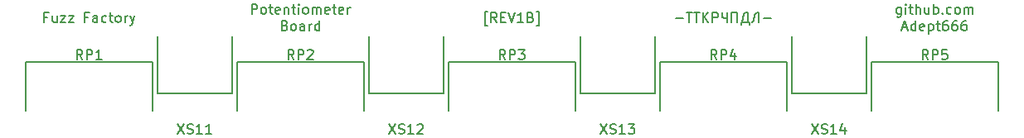
<source format=gbr>
G04 #@! TF.GenerationSoftware,KiCad,Pcbnew,5.1.6-c6e7f7d~87~ubuntu19.10.1*
G04 #@! TF.CreationDate,2021-07-04T19:23:15+06:00*
G04 #@! TF.ProjectId,fuzz_factory_r1b_r1b,66757a7a-5f66-4616-9374-6f72795f7231,MB:1B/PB:1B*
G04 #@! TF.SameCoordinates,Original*
G04 #@! TF.FileFunction,Legend,Top*
G04 #@! TF.FilePolarity,Positive*
%FSLAX46Y46*%
G04 Gerber Fmt 4.6, Leading zero omitted, Abs format (unit mm)*
G04 Created by KiCad (PCBNEW 5.1.6-c6e7f7d~87~ubuntu19.10.1) date 2021-07-04 19:23:15*
%MOMM*%
%LPD*%
G01*
G04 APERTURE LIST*
%ADD10C,0.200000*%
G04 APERTURE END LIST*
D10*
X187047619Y-32590714D02*
X187047619Y-33400238D01*
X187000000Y-33495476D01*
X186952380Y-33543095D01*
X186857142Y-33590714D01*
X186714285Y-33590714D01*
X186619047Y-33543095D01*
X187047619Y-33209761D02*
X186952380Y-33257380D01*
X186761904Y-33257380D01*
X186666666Y-33209761D01*
X186619047Y-33162142D01*
X186571428Y-33066904D01*
X186571428Y-32781190D01*
X186619047Y-32685952D01*
X186666666Y-32638333D01*
X186761904Y-32590714D01*
X186952380Y-32590714D01*
X187047619Y-32638333D01*
X187523809Y-33257380D02*
X187523809Y-32590714D01*
X187523809Y-32257380D02*
X187476190Y-32305000D01*
X187523809Y-32352619D01*
X187571428Y-32305000D01*
X187523809Y-32257380D01*
X187523809Y-32352619D01*
X187857142Y-32590714D02*
X188238095Y-32590714D01*
X188000000Y-32257380D02*
X188000000Y-33114523D01*
X188047619Y-33209761D01*
X188142857Y-33257380D01*
X188238095Y-33257380D01*
X188571428Y-33257380D02*
X188571428Y-32257380D01*
X189000000Y-33257380D02*
X189000000Y-32733571D01*
X188952380Y-32638333D01*
X188857142Y-32590714D01*
X188714285Y-32590714D01*
X188619047Y-32638333D01*
X188571428Y-32685952D01*
X189904761Y-32590714D02*
X189904761Y-33257380D01*
X189476190Y-32590714D02*
X189476190Y-33114523D01*
X189523809Y-33209761D01*
X189619047Y-33257380D01*
X189761904Y-33257380D01*
X189857142Y-33209761D01*
X189904761Y-33162142D01*
X190380952Y-33257380D02*
X190380952Y-32257380D01*
X190380952Y-32638333D02*
X190476190Y-32590714D01*
X190666666Y-32590714D01*
X190761904Y-32638333D01*
X190809523Y-32685952D01*
X190857142Y-32781190D01*
X190857142Y-33066904D01*
X190809523Y-33162142D01*
X190761904Y-33209761D01*
X190666666Y-33257380D01*
X190476190Y-33257380D01*
X190380952Y-33209761D01*
X191285714Y-33162142D02*
X191333333Y-33209761D01*
X191285714Y-33257380D01*
X191238095Y-33209761D01*
X191285714Y-33162142D01*
X191285714Y-33257380D01*
X192190476Y-33209761D02*
X192095238Y-33257380D01*
X191904761Y-33257380D01*
X191809523Y-33209761D01*
X191761904Y-33162142D01*
X191714285Y-33066904D01*
X191714285Y-32781190D01*
X191761904Y-32685952D01*
X191809523Y-32638333D01*
X191904761Y-32590714D01*
X192095238Y-32590714D01*
X192190476Y-32638333D01*
X192761904Y-33257380D02*
X192666666Y-33209761D01*
X192619047Y-33162142D01*
X192571428Y-33066904D01*
X192571428Y-32781190D01*
X192619047Y-32685952D01*
X192666666Y-32638333D01*
X192761904Y-32590714D01*
X192904761Y-32590714D01*
X193000000Y-32638333D01*
X193047619Y-32685952D01*
X193095238Y-32781190D01*
X193095238Y-33066904D01*
X193047619Y-33162142D01*
X193000000Y-33209761D01*
X192904761Y-33257380D01*
X192761904Y-33257380D01*
X193523809Y-33257380D02*
X193523809Y-32590714D01*
X193523809Y-32685952D02*
X193571428Y-32638333D01*
X193666666Y-32590714D01*
X193809523Y-32590714D01*
X193904761Y-32638333D01*
X193952380Y-32733571D01*
X193952380Y-33257380D01*
X193952380Y-32733571D02*
X194000000Y-32638333D01*
X194095238Y-32590714D01*
X194238095Y-32590714D01*
X194333333Y-32638333D01*
X194380952Y-32733571D01*
X194380952Y-33257380D01*
X187214285Y-34671666D02*
X187690476Y-34671666D01*
X187119047Y-34957380D02*
X187452380Y-33957380D01*
X187785714Y-34957380D01*
X188547619Y-34957380D02*
X188547619Y-33957380D01*
X188547619Y-34909761D02*
X188452380Y-34957380D01*
X188261904Y-34957380D01*
X188166666Y-34909761D01*
X188119047Y-34862142D01*
X188071428Y-34766904D01*
X188071428Y-34481190D01*
X188119047Y-34385952D01*
X188166666Y-34338333D01*
X188261904Y-34290714D01*
X188452380Y-34290714D01*
X188547619Y-34338333D01*
X189404761Y-34909761D02*
X189309523Y-34957380D01*
X189119047Y-34957380D01*
X189023809Y-34909761D01*
X188976190Y-34814523D01*
X188976190Y-34433571D01*
X189023809Y-34338333D01*
X189119047Y-34290714D01*
X189309523Y-34290714D01*
X189404761Y-34338333D01*
X189452380Y-34433571D01*
X189452380Y-34528809D01*
X188976190Y-34624047D01*
X189880952Y-34290714D02*
X189880952Y-35290714D01*
X189880952Y-34338333D02*
X189976190Y-34290714D01*
X190166666Y-34290714D01*
X190261904Y-34338333D01*
X190309523Y-34385952D01*
X190357142Y-34481190D01*
X190357142Y-34766904D01*
X190309523Y-34862142D01*
X190261904Y-34909761D01*
X190166666Y-34957380D01*
X189976190Y-34957380D01*
X189880952Y-34909761D01*
X190642857Y-34290714D02*
X191023809Y-34290714D01*
X190785714Y-33957380D02*
X190785714Y-34814523D01*
X190833333Y-34909761D01*
X190928571Y-34957380D01*
X191023809Y-34957380D01*
X191785714Y-33957380D02*
X191595238Y-33957380D01*
X191500000Y-34005000D01*
X191452380Y-34052619D01*
X191357142Y-34195476D01*
X191309523Y-34385952D01*
X191309523Y-34766904D01*
X191357142Y-34862142D01*
X191404761Y-34909761D01*
X191500000Y-34957380D01*
X191690476Y-34957380D01*
X191785714Y-34909761D01*
X191833333Y-34862142D01*
X191880952Y-34766904D01*
X191880952Y-34528809D01*
X191833333Y-34433571D01*
X191785714Y-34385952D01*
X191690476Y-34338333D01*
X191500000Y-34338333D01*
X191404761Y-34385952D01*
X191357142Y-34433571D01*
X191309523Y-34528809D01*
X192738095Y-33957380D02*
X192547619Y-33957380D01*
X192452380Y-34005000D01*
X192404761Y-34052619D01*
X192309523Y-34195476D01*
X192261904Y-34385952D01*
X192261904Y-34766904D01*
X192309523Y-34862142D01*
X192357142Y-34909761D01*
X192452380Y-34957380D01*
X192642857Y-34957380D01*
X192738095Y-34909761D01*
X192785714Y-34862142D01*
X192833333Y-34766904D01*
X192833333Y-34528809D01*
X192785714Y-34433571D01*
X192738095Y-34385952D01*
X192642857Y-34338333D01*
X192452380Y-34338333D01*
X192357142Y-34385952D01*
X192309523Y-34433571D01*
X192261904Y-34528809D01*
X193690476Y-33957380D02*
X193500000Y-33957380D01*
X193404761Y-34005000D01*
X193357142Y-34052619D01*
X193261904Y-34195476D01*
X193214285Y-34385952D01*
X193214285Y-34766904D01*
X193261904Y-34862142D01*
X193309523Y-34909761D01*
X193404761Y-34957380D01*
X193595238Y-34957380D01*
X193690476Y-34909761D01*
X193738095Y-34862142D01*
X193785714Y-34766904D01*
X193785714Y-34528809D01*
X193738095Y-34433571D01*
X193690476Y-34385952D01*
X193595238Y-34338333D01*
X193404761Y-34338333D01*
X193309523Y-34385952D01*
X193261904Y-34433571D01*
X193214285Y-34528809D01*
X99901904Y-33583571D02*
X99568571Y-33583571D01*
X99568571Y-34107380D02*
X99568571Y-33107380D01*
X100044761Y-33107380D01*
X100854285Y-33440714D02*
X100854285Y-34107380D01*
X100425714Y-33440714D02*
X100425714Y-33964523D01*
X100473333Y-34059761D01*
X100568571Y-34107380D01*
X100711428Y-34107380D01*
X100806666Y-34059761D01*
X100854285Y-34012142D01*
X101235238Y-33440714D02*
X101759047Y-33440714D01*
X101235238Y-34107380D01*
X101759047Y-34107380D01*
X102044761Y-33440714D02*
X102568571Y-33440714D01*
X102044761Y-34107380D01*
X102568571Y-34107380D01*
X104044761Y-33583571D02*
X103711428Y-33583571D01*
X103711428Y-34107380D02*
X103711428Y-33107380D01*
X104187619Y-33107380D01*
X104997142Y-34107380D02*
X104997142Y-33583571D01*
X104949523Y-33488333D01*
X104854285Y-33440714D01*
X104663809Y-33440714D01*
X104568571Y-33488333D01*
X104997142Y-34059761D02*
X104901904Y-34107380D01*
X104663809Y-34107380D01*
X104568571Y-34059761D01*
X104520952Y-33964523D01*
X104520952Y-33869285D01*
X104568571Y-33774047D01*
X104663809Y-33726428D01*
X104901904Y-33726428D01*
X104997142Y-33678809D01*
X105901904Y-34059761D02*
X105806666Y-34107380D01*
X105616190Y-34107380D01*
X105520952Y-34059761D01*
X105473333Y-34012142D01*
X105425714Y-33916904D01*
X105425714Y-33631190D01*
X105473333Y-33535952D01*
X105520952Y-33488333D01*
X105616190Y-33440714D01*
X105806666Y-33440714D01*
X105901904Y-33488333D01*
X106187619Y-33440714D02*
X106568571Y-33440714D01*
X106330476Y-33107380D02*
X106330476Y-33964523D01*
X106378095Y-34059761D01*
X106473333Y-34107380D01*
X106568571Y-34107380D01*
X107044761Y-34107380D02*
X106949523Y-34059761D01*
X106901904Y-34012142D01*
X106854285Y-33916904D01*
X106854285Y-33631190D01*
X106901904Y-33535952D01*
X106949523Y-33488333D01*
X107044761Y-33440714D01*
X107187619Y-33440714D01*
X107282857Y-33488333D01*
X107330476Y-33535952D01*
X107378095Y-33631190D01*
X107378095Y-33916904D01*
X107330476Y-34012142D01*
X107282857Y-34059761D01*
X107187619Y-34107380D01*
X107044761Y-34107380D01*
X107806666Y-34107380D02*
X107806666Y-33440714D01*
X107806666Y-33631190D02*
X107854285Y-33535952D01*
X107901904Y-33488333D01*
X107997142Y-33440714D01*
X108092380Y-33440714D01*
X108330476Y-33440714D02*
X108568571Y-34107380D01*
X108806666Y-33440714D02*
X108568571Y-34107380D01*
X108473333Y-34345476D01*
X108425714Y-34393095D01*
X108330476Y-34440714D01*
X164052857Y-33726428D02*
X164814761Y-33726428D01*
X165148095Y-33107380D02*
X165719523Y-33107380D01*
X165433809Y-34107380D02*
X165433809Y-33107380D01*
X165910000Y-33107380D02*
X166481428Y-33107380D01*
X166195714Y-34107380D02*
X166195714Y-33107380D01*
X166814761Y-34107380D02*
X166814761Y-33107380D01*
X167386190Y-34107380D02*
X166957619Y-33535952D01*
X167386190Y-33107380D02*
X166814761Y-33678809D01*
X167814761Y-34107380D02*
X167814761Y-33107380D01*
X168195714Y-33107380D01*
X168290952Y-33155000D01*
X168338571Y-33202619D01*
X168386190Y-33297857D01*
X168386190Y-33440714D01*
X168338571Y-33535952D01*
X168290952Y-33583571D01*
X168195714Y-33631190D01*
X167814761Y-33631190D01*
X169290952Y-33107380D02*
X169290952Y-34107380D01*
X168767142Y-33107380D02*
X168767142Y-33488333D01*
X168814761Y-33583571D01*
X168862380Y-33631190D01*
X168957619Y-33678809D01*
X169290952Y-33678809D01*
X169767142Y-34107380D02*
X169767142Y-33107380D01*
X170338571Y-33107380D01*
X170338571Y-34107380D01*
X171576666Y-34345476D02*
X171576666Y-34107380D01*
X170719523Y-34107380D01*
X170719523Y-34345476D01*
X171386190Y-34107380D02*
X171386190Y-33107380D01*
X171148095Y-33107380D01*
X171052857Y-33155000D01*
X171005238Y-33202619D01*
X170957619Y-33297857D01*
X170862380Y-34107380D01*
X172529047Y-34107380D02*
X172529047Y-33107380D01*
X172386190Y-33107380D01*
X172243333Y-33155000D01*
X172148095Y-33250238D01*
X172100476Y-33393095D01*
X172005238Y-33964523D01*
X171957619Y-34059761D01*
X171862380Y-34107380D01*
X171814761Y-34107380D01*
X173005238Y-33726428D02*
X173767142Y-33726428D01*
X120753809Y-33257380D02*
X120753809Y-32257380D01*
X121134761Y-32257380D01*
X121230000Y-32305000D01*
X121277619Y-32352619D01*
X121325238Y-32447857D01*
X121325238Y-32590714D01*
X121277619Y-32685952D01*
X121230000Y-32733571D01*
X121134761Y-32781190D01*
X120753809Y-32781190D01*
X121896666Y-33257380D02*
X121801428Y-33209761D01*
X121753809Y-33162142D01*
X121706190Y-33066904D01*
X121706190Y-32781190D01*
X121753809Y-32685952D01*
X121801428Y-32638333D01*
X121896666Y-32590714D01*
X122039523Y-32590714D01*
X122134761Y-32638333D01*
X122182380Y-32685952D01*
X122230000Y-32781190D01*
X122230000Y-33066904D01*
X122182380Y-33162142D01*
X122134761Y-33209761D01*
X122039523Y-33257380D01*
X121896666Y-33257380D01*
X122515714Y-32590714D02*
X122896666Y-32590714D01*
X122658571Y-32257380D02*
X122658571Y-33114523D01*
X122706190Y-33209761D01*
X122801428Y-33257380D01*
X122896666Y-33257380D01*
X123610952Y-33209761D02*
X123515714Y-33257380D01*
X123325238Y-33257380D01*
X123230000Y-33209761D01*
X123182380Y-33114523D01*
X123182380Y-32733571D01*
X123230000Y-32638333D01*
X123325238Y-32590714D01*
X123515714Y-32590714D01*
X123610952Y-32638333D01*
X123658571Y-32733571D01*
X123658571Y-32828809D01*
X123182380Y-32924047D01*
X124087142Y-32590714D02*
X124087142Y-33257380D01*
X124087142Y-32685952D02*
X124134761Y-32638333D01*
X124230000Y-32590714D01*
X124372857Y-32590714D01*
X124468095Y-32638333D01*
X124515714Y-32733571D01*
X124515714Y-33257380D01*
X124849047Y-32590714D02*
X125230000Y-32590714D01*
X124991904Y-32257380D02*
X124991904Y-33114523D01*
X125039523Y-33209761D01*
X125134761Y-33257380D01*
X125230000Y-33257380D01*
X125563333Y-33257380D02*
X125563333Y-32590714D01*
X125563333Y-32257380D02*
X125515714Y-32305000D01*
X125563333Y-32352619D01*
X125610952Y-32305000D01*
X125563333Y-32257380D01*
X125563333Y-32352619D01*
X126182380Y-33257380D02*
X126087142Y-33209761D01*
X126039523Y-33162142D01*
X125991904Y-33066904D01*
X125991904Y-32781190D01*
X126039523Y-32685952D01*
X126087142Y-32638333D01*
X126182380Y-32590714D01*
X126325238Y-32590714D01*
X126420476Y-32638333D01*
X126468095Y-32685952D01*
X126515714Y-32781190D01*
X126515714Y-33066904D01*
X126468095Y-33162142D01*
X126420476Y-33209761D01*
X126325238Y-33257380D01*
X126182380Y-33257380D01*
X126944285Y-33257380D02*
X126944285Y-32590714D01*
X126944285Y-32685952D02*
X126991904Y-32638333D01*
X127087142Y-32590714D01*
X127230000Y-32590714D01*
X127325238Y-32638333D01*
X127372857Y-32733571D01*
X127372857Y-33257380D01*
X127372857Y-32733571D02*
X127420476Y-32638333D01*
X127515714Y-32590714D01*
X127658571Y-32590714D01*
X127753809Y-32638333D01*
X127801428Y-32733571D01*
X127801428Y-33257380D01*
X128658571Y-33209761D02*
X128563333Y-33257380D01*
X128372857Y-33257380D01*
X128277619Y-33209761D01*
X128230000Y-33114523D01*
X128230000Y-32733571D01*
X128277619Y-32638333D01*
X128372857Y-32590714D01*
X128563333Y-32590714D01*
X128658571Y-32638333D01*
X128706190Y-32733571D01*
X128706190Y-32828809D01*
X128230000Y-32924047D01*
X128991904Y-32590714D02*
X129372857Y-32590714D01*
X129134761Y-32257380D02*
X129134761Y-33114523D01*
X129182380Y-33209761D01*
X129277619Y-33257380D01*
X129372857Y-33257380D01*
X130087142Y-33209761D02*
X129991904Y-33257380D01*
X129801428Y-33257380D01*
X129706190Y-33209761D01*
X129658571Y-33114523D01*
X129658571Y-32733571D01*
X129706190Y-32638333D01*
X129801428Y-32590714D01*
X129991904Y-32590714D01*
X130087142Y-32638333D01*
X130134761Y-32733571D01*
X130134761Y-32828809D01*
X129658571Y-32924047D01*
X130563333Y-33257380D02*
X130563333Y-32590714D01*
X130563333Y-32781190D02*
X130610952Y-32685952D01*
X130658571Y-32638333D01*
X130753809Y-32590714D01*
X130849047Y-32590714D01*
X124134761Y-34433571D02*
X124277619Y-34481190D01*
X124325238Y-34528809D01*
X124372857Y-34624047D01*
X124372857Y-34766904D01*
X124325238Y-34862142D01*
X124277619Y-34909761D01*
X124182380Y-34957380D01*
X123801428Y-34957380D01*
X123801428Y-33957380D01*
X124134761Y-33957380D01*
X124230000Y-34005000D01*
X124277619Y-34052619D01*
X124325238Y-34147857D01*
X124325238Y-34243095D01*
X124277619Y-34338333D01*
X124230000Y-34385952D01*
X124134761Y-34433571D01*
X123801428Y-34433571D01*
X124944285Y-34957380D02*
X124849047Y-34909761D01*
X124801428Y-34862142D01*
X124753809Y-34766904D01*
X124753809Y-34481190D01*
X124801428Y-34385952D01*
X124849047Y-34338333D01*
X124944285Y-34290714D01*
X125087142Y-34290714D01*
X125182380Y-34338333D01*
X125230000Y-34385952D01*
X125277619Y-34481190D01*
X125277619Y-34766904D01*
X125230000Y-34862142D01*
X125182380Y-34909761D01*
X125087142Y-34957380D01*
X124944285Y-34957380D01*
X126134761Y-34957380D02*
X126134761Y-34433571D01*
X126087142Y-34338333D01*
X125991904Y-34290714D01*
X125801428Y-34290714D01*
X125706190Y-34338333D01*
X126134761Y-34909761D02*
X126039523Y-34957380D01*
X125801428Y-34957380D01*
X125706190Y-34909761D01*
X125658571Y-34814523D01*
X125658571Y-34719285D01*
X125706190Y-34624047D01*
X125801428Y-34576428D01*
X126039523Y-34576428D01*
X126134761Y-34528809D01*
X126610952Y-34957380D02*
X126610952Y-34290714D01*
X126610952Y-34481190D02*
X126658571Y-34385952D01*
X126706190Y-34338333D01*
X126801428Y-34290714D01*
X126896666Y-34290714D01*
X127658571Y-34957380D02*
X127658571Y-33957380D01*
X127658571Y-34909761D02*
X127563333Y-34957380D01*
X127372857Y-34957380D01*
X127277619Y-34909761D01*
X127230000Y-34862142D01*
X127182380Y-34766904D01*
X127182380Y-34481190D01*
X127230000Y-34385952D01*
X127277619Y-34338333D01*
X127372857Y-34290714D01*
X127563333Y-34290714D01*
X127658571Y-34338333D01*
X144820000Y-34440714D02*
X144581904Y-34440714D01*
X144581904Y-33012142D01*
X144820000Y-33012142D01*
X145772380Y-34107380D02*
X145439047Y-33631190D01*
X145200952Y-34107380D02*
X145200952Y-33107380D01*
X145581904Y-33107380D01*
X145677142Y-33155000D01*
X145724761Y-33202619D01*
X145772380Y-33297857D01*
X145772380Y-33440714D01*
X145724761Y-33535952D01*
X145677142Y-33583571D01*
X145581904Y-33631190D01*
X145200952Y-33631190D01*
X146200952Y-33583571D02*
X146534285Y-33583571D01*
X146677142Y-34107380D02*
X146200952Y-34107380D01*
X146200952Y-33107380D01*
X146677142Y-33107380D01*
X146962857Y-33107380D02*
X147296190Y-34107380D01*
X147629523Y-33107380D01*
X148486666Y-34107380D02*
X147915238Y-34107380D01*
X148200952Y-34107380D02*
X148200952Y-33107380D01*
X148105714Y-33250238D01*
X148010476Y-33345476D01*
X147915238Y-33393095D01*
X149248571Y-33583571D02*
X149391428Y-33631190D01*
X149439047Y-33678809D01*
X149486666Y-33774047D01*
X149486666Y-33916904D01*
X149439047Y-34012142D01*
X149391428Y-34059761D01*
X149296190Y-34107380D01*
X148915238Y-34107380D01*
X148915238Y-33107380D01*
X149248571Y-33107380D01*
X149343809Y-33155000D01*
X149391428Y-33202619D01*
X149439047Y-33297857D01*
X149439047Y-33393095D01*
X149391428Y-33488333D01*
X149343809Y-33535952D01*
X149248571Y-33583571D01*
X148915238Y-33583571D01*
X149820000Y-34440714D02*
X150058095Y-34440714D01*
X150058095Y-33012142D01*
X149820000Y-33012142D01*
X175895000Y-41420000D02*
X175895000Y-35560000D01*
X183515000Y-41420000D02*
X183515000Y-35560000D01*
X183515000Y-41420000D02*
X175895000Y-41420000D01*
X154305000Y-41420000D02*
X154305000Y-35560000D01*
X161925000Y-41420000D02*
X161925000Y-35560000D01*
X161925000Y-41420000D02*
X154305000Y-41420000D01*
X111125000Y-41420000D02*
X111125000Y-35560000D01*
X118745000Y-41420000D02*
X118745000Y-35560000D01*
X118745000Y-41420000D02*
X111125000Y-41420000D01*
X132715000Y-41420000D02*
X132715000Y-35560000D01*
X140335000Y-41420000D02*
X140335000Y-35560000D01*
X140335000Y-41420000D02*
X132715000Y-41420000D01*
X197000000Y-38180000D02*
X197000000Y-43180000D01*
X184000000Y-38180000D02*
X184000000Y-43180000D01*
X184000000Y-38180000D02*
X197000000Y-38180000D01*
X175410000Y-38180000D02*
X175410000Y-43180000D01*
X162410000Y-38180000D02*
X162410000Y-43180000D01*
X162410000Y-38180000D02*
X175410000Y-38180000D01*
X153820000Y-38180000D02*
X153820000Y-43180000D01*
X140820000Y-38180000D02*
X140820000Y-43180000D01*
X140820000Y-38180000D02*
X153820000Y-38180000D01*
X132230000Y-38180000D02*
X132230000Y-43180000D01*
X119230000Y-38180000D02*
X119230000Y-43180000D01*
X119230000Y-38180000D02*
X132230000Y-38180000D01*
X110640000Y-38180000D02*
X110640000Y-43180000D01*
X97640000Y-38180000D02*
X97640000Y-43180000D01*
X97640000Y-38180000D02*
X110640000Y-38180000D01*
X177943095Y-44537380D02*
X178609761Y-45537380D01*
X178609761Y-44537380D02*
X177943095Y-45537380D01*
X178943095Y-45489761D02*
X179085952Y-45537380D01*
X179324047Y-45537380D01*
X179419285Y-45489761D01*
X179466904Y-45442142D01*
X179514523Y-45346904D01*
X179514523Y-45251666D01*
X179466904Y-45156428D01*
X179419285Y-45108809D01*
X179324047Y-45061190D01*
X179133571Y-45013571D01*
X179038333Y-44965952D01*
X178990714Y-44918333D01*
X178943095Y-44823095D01*
X178943095Y-44727857D01*
X178990714Y-44632619D01*
X179038333Y-44585000D01*
X179133571Y-44537380D01*
X179371666Y-44537380D01*
X179514523Y-44585000D01*
X180466904Y-45537380D02*
X179895476Y-45537380D01*
X180181190Y-45537380D02*
X180181190Y-44537380D01*
X180085952Y-44680238D01*
X179990714Y-44775476D01*
X179895476Y-44823095D01*
X181324047Y-44870714D02*
X181324047Y-45537380D01*
X181085952Y-44489761D02*
X180847857Y-45204047D01*
X181466904Y-45204047D01*
X156353095Y-44537380D02*
X157019761Y-45537380D01*
X157019761Y-44537380D02*
X156353095Y-45537380D01*
X157353095Y-45489761D02*
X157495952Y-45537380D01*
X157734047Y-45537380D01*
X157829285Y-45489761D01*
X157876904Y-45442142D01*
X157924523Y-45346904D01*
X157924523Y-45251666D01*
X157876904Y-45156428D01*
X157829285Y-45108809D01*
X157734047Y-45061190D01*
X157543571Y-45013571D01*
X157448333Y-44965952D01*
X157400714Y-44918333D01*
X157353095Y-44823095D01*
X157353095Y-44727857D01*
X157400714Y-44632619D01*
X157448333Y-44585000D01*
X157543571Y-44537380D01*
X157781666Y-44537380D01*
X157924523Y-44585000D01*
X158876904Y-45537380D02*
X158305476Y-45537380D01*
X158591190Y-45537380D02*
X158591190Y-44537380D01*
X158495952Y-44680238D01*
X158400714Y-44775476D01*
X158305476Y-44823095D01*
X159210238Y-44537380D02*
X159829285Y-44537380D01*
X159495952Y-44918333D01*
X159638809Y-44918333D01*
X159734047Y-44965952D01*
X159781666Y-45013571D01*
X159829285Y-45108809D01*
X159829285Y-45346904D01*
X159781666Y-45442142D01*
X159734047Y-45489761D01*
X159638809Y-45537380D01*
X159353095Y-45537380D01*
X159257857Y-45489761D01*
X159210238Y-45442142D01*
X113173095Y-44537380D02*
X113839761Y-45537380D01*
X113839761Y-44537380D02*
X113173095Y-45537380D01*
X114173095Y-45489761D02*
X114315952Y-45537380D01*
X114554047Y-45537380D01*
X114649285Y-45489761D01*
X114696904Y-45442142D01*
X114744523Y-45346904D01*
X114744523Y-45251666D01*
X114696904Y-45156428D01*
X114649285Y-45108809D01*
X114554047Y-45061190D01*
X114363571Y-45013571D01*
X114268333Y-44965952D01*
X114220714Y-44918333D01*
X114173095Y-44823095D01*
X114173095Y-44727857D01*
X114220714Y-44632619D01*
X114268333Y-44585000D01*
X114363571Y-44537380D01*
X114601666Y-44537380D01*
X114744523Y-44585000D01*
X115696904Y-45537380D02*
X115125476Y-45537380D01*
X115411190Y-45537380D02*
X115411190Y-44537380D01*
X115315952Y-44680238D01*
X115220714Y-44775476D01*
X115125476Y-44823095D01*
X116649285Y-45537380D02*
X116077857Y-45537380D01*
X116363571Y-45537380D02*
X116363571Y-44537380D01*
X116268333Y-44680238D01*
X116173095Y-44775476D01*
X116077857Y-44823095D01*
X134763095Y-44537380D02*
X135429761Y-45537380D01*
X135429761Y-44537380D02*
X134763095Y-45537380D01*
X135763095Y-45489761D02*
X135905952Y-45537380D01*
X136144047Y-45537380D01*
X136239285Y-45489761D01*
X136286904Y-45442142D01*
X136334523Y-45346904D01*
X136334523Y-45251666D01*
X136286904Y-45156428D01*
X136239285Y-45108809D01*
X136144047Y-45061190D01*
X135953571Y-45013571D01*
X135858333Y-44965952D01*
X135810714Y-44918333D01*
X135763095Y-44823095D01*
X135763095Y-44727857D01*
X135810714Y-44632619D01*
X135858333Y-44585000D01*
X135953571Y-44537380D01*
X136191666Y-44537380D01*
X136334523Y-44585000D01*
X137286904Y-45537380D02*
X136715476Y-45537380D01*
X137001190Y-45537380D02*
X137001190Y-44537380D01*
X136905952Y-44680238D01*
X136810714Y-44775476D01*
X136715476Y-44823095D01*
X137667857Y-44632619D02*
X137715476Y-44585000D01*
X137810714Y-44537380D01*
X138048809Y-44537380D01*
X138144047Y-44585000D01*
X138191666Y-44632619D01*
X138239285Y-44727857D01*
X138239285Y-44823095D01*
X138191666Y-44965952D01*
X137620238Y-45537380D01*
X138239285Y-45537380D01*
X189833333Y-37917380D02*
X189500000Y-37441190D01*
X189261904Y-37917380D02*
X189261904Y-36917380D01*
X189642857Y-36917380D01*
X189738095Y-36965000D01*
X189785714Y-37012619D01*
X189833333Y-37107857D01*
X189833333Y-37250714D01*
X189785714Y-37345952D01*
X189738095Y-37393571D01*
X189642857Y-37441190D01*
X189261904Y-37441190D01*
X190261904Y-37917380D02*
X190261904Y-36917380D01*
X190642857Y-36917380D01*
X190738095Y-36965000D01*
X190785714Y-37012619D01*
X190833333Y-37107857D01*
X190833333Y-37250714D01*
X190785714Y-37345952D01*
X190738095Y-37393571D01*
X190642857Y-37441190D01*
X190261904Y-37441190D01*
X191738095Y-36917380D02*
X191261904Y-36917380D01*
X191214285Y-37393571D01*
X191261904Y-37345952D01*
X191357142Y-37298333D01*
X191595238Y-37298333D01*
X191690476Y-37345952D01*
X191738095Y-37393571D01*
X191785714Y-37488809D01*
X191785714Y-37726904D01*
X191738095Y-37822142D01*
X191690476Y-37869761D01*
X191595238Y-37917380D01*
X191357142Y-37917380D01*
X191261904Y-37869761D01*
X191214285Y-37822142D01*
X168243333Y-37917380D02*
X167910000Y-37441190D01*
X167671904Y-37917380D02*
X167671904Y-36917380D01*
X168052857Y-36917380D01*
X168148095Y-36965000D01*
X168195714Y-37012619D01*
X168243333Y-37107857D01*
X168243333Y-37250714D01*
X168195714Y-37345952D01*
X168148095Y-37393571D01*
X168052857Y-37441190D01*
X167671904Y-37441190D01*
X168671904Y-37917380D02*
X168671904Y-36917380D01*
X169052857Y-36917380D01*
X169148095Y-36965000D01*
X169195714Y-37012619D01*
X169243333Y-37107857D01*
X169243333Y-37250714D01*
X169195714Y-37345952D01*
X169148095Y-37393571D01*
X169052857Y-37441190D01*
X168671904Y-37441190D01*
X170100476Y-37250714D02*
X170100476Y-37917380D01*
X169862380Y-36869761D02*
X169624285Y-37584047D01*
X170243333Y-37584047D01*
X146653333Y-37917380D02*
X146320000Y-37441190D01*
X146081904Y-37917380D02*
X146081904Y-36917380D01*
X146462857Y-36917380D01*
X146558095Y-36965000D01*
X146605714Y-37012619D01*
X146653333Y-37107857D01*
X146653333Y-37250714D01*
X146605714Y-37345952D01*
X146558095Y-37393571D01*
X146462857Y-37441190D01*
X146081904Y-37441190D01*
X147081904Y-37917380D02*
X147081904Y-36917380D01*
X147462857Y-36917380D01*
X147558095Y-36965000D01*
X147605714Y-37012619D01*
X147653333Y-37107857D01*
X147653333Y-37250714D01*
X147605714Y-37345952D01*
X147558095Y-37393571D01*
X147462857Y-37441190D01*
X147081904Y-37441190D01*
X147986666Y-36917380D02*
X148605714Y-36917380D01*
X148272380Y-37298333D01*
X148415238Y-37298333D01*
X148510476Y-37345952D01*
X148558095Y-37393571D01*
X148605714Y-37488809D01*
X148605714Y-37726904D01*
X148558095Y-37822142D01*
X148510476Y-37869761D01*
X148415238Y-37917380D01*
X148129523Y-37917380D01*
X148034285Y-37869761D01*
X147986666Y-37822142D01*
X125063333Y-37917380D02*
X124730000Y-37441190D01*
X124491904Y-37917380D02*
X124491904Y-36917380D01*
X124872857Y-36917380D01*
X124968095Y-36965000D01*
X125015714Y-37012619D01*
X125063333Y-37107857D01*
X125063333Y-37250714D01*
X125015714Y-37345952D01*
X124968095Y-37393571D01*
X124872857Y-37441190D01*
X124491904Y-37441190D01*
X125491904Y-37917380D02*
X125491904Y-36917380D01*
X125872857Y-36917380D01*
X125968095Y-36965000D01*
X126015714Y-37012619D01*
X126063333Y-37107857D01*
X126063333Y-37250714D01*
X126015714Y-37345952D01*
X125968095Y-37393571D01*
X125872857Y-37441190D01*
X125491904Y-37441190D01*
X126444285Y-37012619D02*
X126491904Y-36965000D01*
X126587142Y-36917380D01*
X126825238Y-36917380D01*
X126920476Y-36965000D01*
X126968095Y-37012619D01*
X127015714Y-37107857D01*
X127015714Y-37203095D01*
X126968095Y-37345952D01*
X126396666Y-37917380D01*
X127015714Y-37917380D01*
X103473333Y-37917380D02*
X103140000Y-37441190D01*
X102901904Y-37917380D02*
X102901904Y-36917380D01*
X103282857Y-36917380D01*
X103378095Y-36965000D01*
X103425714Y-37012619D01*
X103473333Y-37107857D01*
X103473333Y-37250714D01*
X103425714Y-37345952D01*
X103378095Y-37393571D01*
X103282857Y-37441190D01*
X102901904Y-37441190D01*
X103901904Y-37917380D02*
X103901904Y-36917380D01*
X104282857Y-36917380D01*
X104378095Y-36965000D01*
X104425714Y-37012619D01*
X104473333Y-37107857D01*
X104473333Y-37250714D01*
X104425714Y-37345952D01*
X104378095Y-37393571D01*
X104282857Y-37441190D01*
X103901904Y-37441190D01*
X105425714Y-37917380D02*
X104854285Y-37917380D01*
X105140000Y-37917380D02*
X105140000Y-36917380D01*
X105044761Y-37060238D01*
X104949523Y-37155476D01*
X104854285Y-37203095D01*
M02*

</source>
